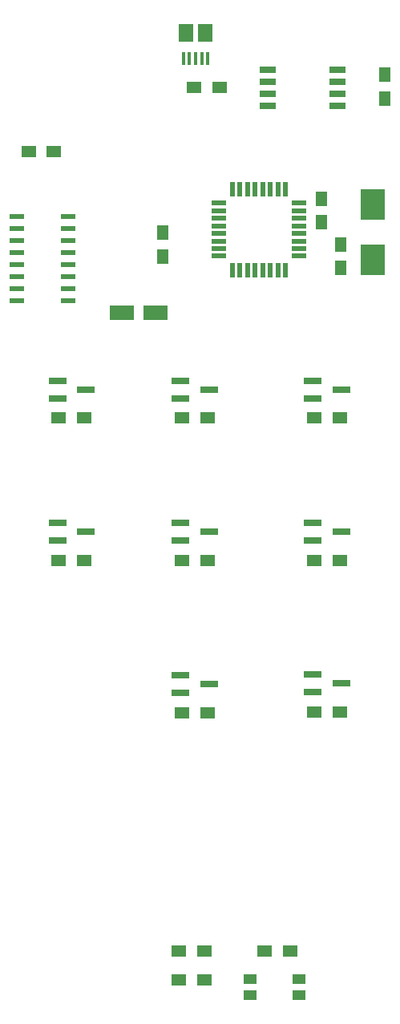
<source format=gbr>
%TF.GenerationSoftware,KiCad,Pcbnew,5.1.9*%
%TF.CreationDate,2021-02-07T10:12:46+01:00*%
%TF.ProjectId,afterglow_replay,61667465-7267-46c6-9f77-5f7265706c61,rev?*%
%TF.SameCoordinates,Original*%
%TF.FileFunction,Paste,Bot*%
%TF.FilePolarity,Positive*%
%FSLAX46Y46*%
G04 Gerber Fmt 4.6, Leading zero omitted, Abs format (unit mm)*
G04 Created by KiCad (PCBNEW 5.1.9) date 2021-02-07 10:12:46*
%MOMM*%
%LPD*%
G01*
G04 APERTURE LIST*
%ADD10R,2.600000X1.600000*%
%ADD11R,1.500000X1.900000*%
%ADD12R,0.400000X1.350000*%
%ADD13R,1.250000X1.500000*%
%ADD14R,1.450000X1.000000*%
%ADD15R,1.500000X1.300000*%
%ADD16R,1.900000X0.800000*%
%ADD17R,1.500000X0.600000*%
%ADD18R,2.500000X3.325000*%
%ADD19R,1.700000X0.650000*%
%ADD20R,0.550000X1.600000*%
%ADD21R,1.600000X0.550000*%
G04 APERTURE END LIST*
D10*
%TO.C,C2*%
X125600000Y-75600000D03*
X129200000Y-75600000D03*
%TD*%
D11*
%TO.C,J4*%
X132400000Y-46050000D03*
D12*
X133400000Y-48750000D03*
X134050000Y-48750000D03*
X134700000Y-48750000D03*
X132100000Y-48750000D03*
X132750000Y-48750000D03*
D11*
X134400000Y-46050000D03*
%TD*%
D13*
%TO.C,C3*%
X146700000Y-66050000D03*
X146700000Y-63550000D03*
%TD*%
%TO.C,C4*%
X148700000Y-70850000D03*
X148700000Y-68350000D03*
%TD*%
D14*
%TO.C,SW1*%
X144325000Y-147600000D03*
X139175000Y-147600000D03*
X139175000Y-145900000D03*
X144325000Y-145900000D03*
%TD*%
D15*
%TO.C,R12*%
X131950000Y-101700000D03*
X134650000Y-101700000D03*
%TD*%
%TO.C,R11*%
X145950000Y-101700000D03*
X148650000Y-101700000D03*
%TD*%
%TO.C,R10*%
X131950000Y-86700000D03*
X134650000Y-86700000D03*
%TD*%
%TO.C,R9*%
X145950000Y-86700000D03*
X148650000Y-86700000D03*
%TD*%
%TO.C,R8*%
X118950000Y-86700000D03*
X121650000Y-86700000D03*
%TD*%
%TO.C,R7*%
X131950000Y-117800000D03*
X134650000Y-117800000D03*
%TD*%
%TO.C,R6*%
X118950000Y-101700000D03*
X121650000Y-101700000D03*
%TD*%
%TO.C,R5*%
X145950000Y-117700000D03*
X148650000Y-117700000D03*
%TD*%
D16*
%TO.C,Q8*%
X134800000Y-98700000D03*
X131800000Y-97750000D03*
X131800000Y-99650000D03*
%TD*%
%TO.C,Q7*%
X148800000Y-98700000D03*
X145800000Y-97750000D03*
X145800000Y-99650000D03*
%TD*%
%TO.C,Q6*%
X134800000Y-83700000D03*
X131800000Y-82750000D03*
X131800000Y-84650000D03*
%TD*%
%TO.C,Q5*%
X148800000Y-83700000D03*
X145800000Y-82750000D03*
X145800000Y-84650000D03*
%TD*%
%TO.C,Q4*%
X121800000Y-83700000D03*
X118800000Y-82750000D03*
X118800000Y-84650000D03*
%TD*%
%TO.C,Q3*%
X134800000Y-114800000D03*
X131800000Y-113850000D03*
X131800000Y-115750000D03*
%TD*%
%TO.C,Q2*%
X121800000Y-98700000D03*
X118800000Y-97750000D03*
X118800000Y-99650000D03*
%TD*%
%TO.C,Q1*%
X148800000Y-114700000D03*
X145800000Y-113750000D03*
X145800000Y-115650000D03*
%TD*%
D17*
%TO.C,U2*%
X119900000Y-74345000D03*
X119900000Y-73075000D03*
X119900000Y-71805000D03*
X119900000Y-70535000D03*
X119900000Y-69265000D03*
X119900000Y-67995000D03*
X119900000Y-66725000D03*
X119900000Y-65455000D03*
X114500000Y-65455000D03*
X114500000Y-66725000D03*
X114500000Y-67995000D03*
X114500000Y-69265000D03*
X114500000Y-70535000D03*
X114500000Y-71805000D03*
X114500000Y-73075000D03*
X114500000Y-74345000D03*
%TD*%
D15*
%TO.C,R4*%
X131650000Y-143000000D03*
X134350000Y-143000000D03*
%TD*%
%TO.C,R3*%
X115750000Y-58600000D03*
X118450000Y-58600000D03*
%TD*%
%TO.C,R2*%
X135950000Y-51800000D03*
X133250000Y-51800000D03*
%TD*%
%TO.C,D1*%
X134350000Y-146000000D03*
X131650000Y-146000000D03*
%TD*%
D18*
%TO.C,Y1*%
X152100000Y-70012500D03*
X152100000Y-64187500D03*
%TD*%
D19*
%TO.C,U4*%
X148350000Y-53705000D03*
X148350000Y-52435000D03*
X148350000Y-51165000D03*
X148350000Y-49895000D03*
X141050000Y-49895000D03*
X141050000Y-51165000D03*
X141050000Y-52435000D03*
X141050000Y-53705000D03*
%TD*%
D20*
%TO.C,U1*%
X142900000Y-62550000D03*
X142100000Y-62550000D03*
X141300000Y-62550000D03*
X140500000Y-62550000D03*
X139700000Y-62550000D03*
X138900000Y-62550000D03*
X138100000Y-62550000D03*
X137300000Y-62550000D03*
D21*
X135850000Y-64000000D03*
X135850000Y-64800000D03*
X135850000Y-65600000D03*
X135850000Y-66400000D03*
X135850000Y-67200000D03*
X135850000Y-68000000D03*
X135850000Y-68800000D03*
X135850000Y-69600000D03*
D20*
X137300000Y-71050000D03*
X138100000Y-71050000D03*
X138900000Y-71050000D03*
X139700000Y-71050000D03*
X140500000Y-71050000D03*
X141300000Y-71050000D03*
X142100000Y-71050000D03*
X142900000Y-71050000D03*
D21*
X144350000Y-69600000D03*
X144350000Y-68800000D03*
X144350000Y-68000000D03*
X144350000Y-67200000D03*
X144350000Y-66400000D03*
X144350000Y-65600000D03*
X144350000Y-64800000D03*
X144350000Y-64000000D03*
%TD*%
D15*
%TO.C,R1*%
X140650000Y-143000000D03*
X143350000Y-143000000D03*
%TD*%
D13*
%TO.C,C5*%
X153400000Y-50450000D03*
X153400000Y-52950000D03*
%TD*%
%TO.C,C1*%
X129900000Y-67150000D03*
X129900000Y-69650000D03*
%TD*%
M02*

</source>
